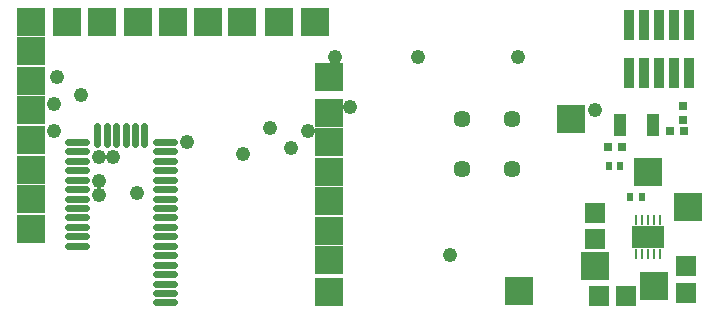
<source format=gts>
G75*
%MOIN*%
%OFA0B0*%
%FSLAX25Y25*%
%IPPOS*%
%LPD*%
%AMOC8*
5,1,8,0,0,1.08239X$1,22.5*
%
%ADD10R,0.06600X0.06800*%
%ADD11R,0.06800X0.06600*%
%ADD12R,0.09449X0.09449*%
%ADD13R,0.00960X0.03360*%
%ADD14R,0.10620X0.07320*%
%ADD15C,0.05700*%
%ADD16R,0.03543X0.10433*%
%ADD17C,0.02362*%
%ADD18R,0.04320X0.07820*%
%ADD19R,0.02160X0.02760*%
%ADD20R,0.03080X0.02880*%
%ADD21R,0.02880X0.03080*%
%ADD22C,0.04800*%
D10*
X0347457Y0230458D03*
X0347457Y0239258D03*
X0377772Y0221542D03*
X0377772Y0212742D03*
D11*
X0357762Y0211630D03*
X0348962Y0211630D03*
D12*
X0347457Y0221472D03*
X0367142Y0214780D03*
X0378559Y0241157D03*
X0365173Y0252969D03*
X0339583Y0270685D03*
X0322260Y0213205D03*
X0258874Y0212811D03*
X0258874Y0223441D03*
X0258874Y0233283D03*
X0258874Y0243126D03*
X0258874Y0252969D03*
X0258874Y0262811D03*
X0258874Y0272654D03*
X0258874Y0284465D03*
X0254150Y0302969D03*
X0242339Y0302969D03*
X0229740Y0302969D03*
X0218717Y0302969D03*
X0206906Y0302969D03*
X0195094Y0302969D03*
X0183283Y0302969D03*
X0171472Y0302969D03*
X0159661Y0302969D03*
X0159661Y0293126D03*
X0159661Y0283283D03*
X0159661Y0273441D03*
X0159661Y0263598D03*
X0159661Y0253756D03*
X0159661Y0243913D03*
X0159661Y0234071D03*
D13*
X0361273Y0237015D03*
X0363173Y0237015D03*
X0365173Y0237015D03*
X0367173Y0237015D03*
X0369073Y0237015D03*
X0369073Y0225615D03*
X0367173Y0225615D03*
X0365173Y0225615D03*
X0363173Y0225615D03*
X0361273Y0225615D03*
D14*
X0365173Y0231315D03*
D15*
X0319898Y0253953D03*
X0303165Y0253953D03*
X0303165Y0270685D03*
X0319898Y0270685D03*
D16*
X0358874Y0286039D03*
X0363874Y0286039D03*
X0368874Y0286039D03*
X0373874Y0286039D03*
X0378874Y0286039D03*
X0378874Y0301787D03*
X0373874Y0301787D03*
X0368874Y0301787D03*
X0363874Y0301787D03*
X0358874Y0301787D03*
D17*
X0207122Y0209435D02*
X0201216Y0209435D01*
X0201216Y0212585D02*
X0207122Y0212585D01*
X0207122Y0215734D02*
X0201216Y0215734D01*
X0201216Y0218884D02*
X0207122Y0218884D01*
X0207122Y0222033D02*
X0201216Y0222033D01*
X0201216Y0225183D02*
X0207122Y0225183D01*
X0207122Y0228333D02*
X0201216Y0228333D01*
X0201216Y0231482D02*
X0207122Y0231482D01*
X0207122Y0234632D02*
X0201216Y0234632D01*
X0201216Y0237781D02*
X0207122Y0237781D01*
X0207122Y0240931D02*
X0201216Y0240931D01*
X0201216Y0244081D02*
X0207122Y0244081D01*
X0207122Y0247230D02*
X0201216Y0247230D01*
X0201216Y0250380D02*
X0207122Y0250380D01*
X0207122Y0253530D02*
X0201216Y0253530D01*
X0201216Y0256679D02*
X0207122Y0256679D01*
X0207122Y0259829D02*
X0201216Y0259829D01*
X0201216Y0262978D02*
X0207122Y0262978D01*
X0197378Y0262191D02*
X0197378Y0268097D01*
X0194228Y0268097D02*
X0194228Y0262191D01*
X0191079Y0262191D02*
X0191079Y0268097D01*
X0187929Y0268097D02*
X0187929Y0262191D01*
X0184780Y0262191D02*
X0184780Y0268097D01*
X0181630Y0268097D02*
X0181630Y0262191D01*
X0177792Y0262978D02*
X0171886Y0262978D01*
X0171886Y0259829D02*
X0177792Y0259829D01*
X0177792Y0256679D02*
X0171886Y0256679D01*
X0171886Y0253530D02*
X0177792Y0253530D01*
X0177792Y0250380D02*
X0171886Y0250380D01*
X0171886Y0247230D02*
X0177792Y0247230D01*
X0177792Y0244081D02*
X0171886Y0244081D01*
X0171886Y0240931D02*
X0177792Y0240931D01*
X0177792Y0237781D02*
X0171886Y0237781D01*
X0171886Y0234632D02*
X0177792Y0234632D01*
X0177792Y0231482D02*
X0171886Y0231482D01*
X0171886Y0228333D02*
X0177792Y0228333D01*
D18*
X0355736Y0268717D03*
X0366736Y0268717D03*
D19*
X0356050Y0254937D03*
X0352250Y0254937D03*
X0359336Y0244701D03*
X0363136Y0244701D03*
D20*
X0356450Y0261236D03*
X0351850Y0261236D03*
X0372716Y0266748D03*
X0377316Y0266748D03*
D21*
X0376984Y0270354D03*
X0376984Y0274954D03*
D22*
X0347457Y0273638D03*
X0321866Y0291354D03*
X0288402Y0291354D03*
X0265764Y0274622D03*
X0251984Y0266748D03*
X0246079Y0260843D03*
X0239189Y0267732D03*
X0230331Y0258874D03*
X0211630Y0262811D03*
X0194898Y0246079D03*
X0182102Y0245094D03*
X0182102Y0250016D03*
X0182102Y0257890D03*
X0187024Y0257890D03*
X0167339Y0266748D03*
X0167339Y0275606D03*
X0176197Y0278559D03*
X0168323Y0284465D03*
X0260843Y0291354D03*
X0299228Y0225409D03*
M02*

</source>
